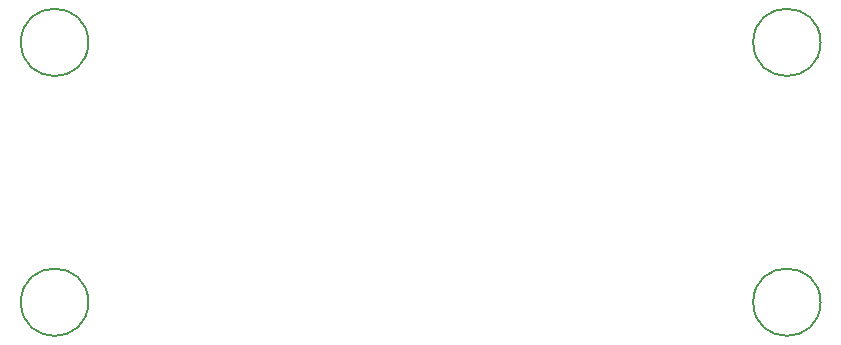
<source format=gbr>
%TF.GenerationSoftware,KiCad,Pcbnew,5.1.10-88a1d61d58~90~ubuntu20.04.1*%
%TF.CreationDate,2022-03-31T22:16:58+01:00*%
%TF.ProjectId,piezo_amplifier,7069657a-6f5f-4616-9d70-6c6966696572,rev?*%
%TF.SameCoordinates,Original*%
%TF.FileFunction,Other,Comment*%
%FSLAX46Y46*%
G04 Gerber Fmt 4.6, Leading zero omitted, Abs format (unit mm)*
G04 Created by KiCad (PCBNEW 5.1.10-88a1d61d58~90~ubuntu20.04.1) date 2022-03-31 22:16:58*
%MOMM*%
%LPD*%
G01*
G04 APERTURE LIST*
%ADD10C,0.150000*%
G04 APERTURE END LIST*
D10*
%TO.C,H1*%
X73850000Y-107000000D02*
G75*
G03*
X73850000Y-107000000I-2850000J0D01*
G01*
%TO.C,H2*%
X73850000Y-129000000D02*
G75*
G03*
X73850000Y-129000000I-2850000J0D01*
G01*
%TO.C,H3*%
X135850000Y-107000000D02*
G75*
G03*
X135850000Y-107000000I-2850000J0D01*
G01*
%TO.C,H4*%
X135850000Y-129000000D02*
G75*
G03*
X135850000Y-129000000I-2850000J0D01*
G01*
%TD*%
M02*

</source>
